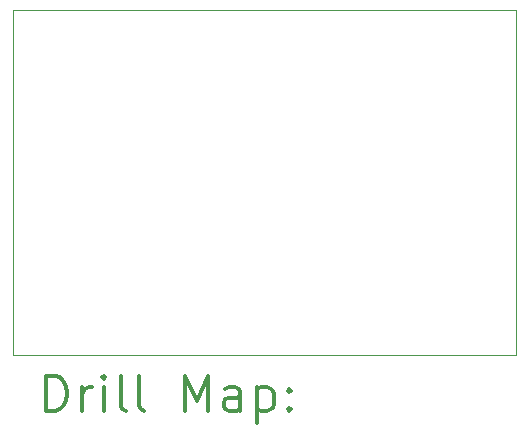
<source format=gbr>
%FSLAX45Y45*%
G04 Gerber Fmt 4.5, Leading zero omitted, Abs format (unit mm)*
G04 Created by KiCad (PCBNEW (5.1.0)-1) date 2019-04-16 02:18:09*
%MOMM*%
%LPD*%
G04 APERTURE LIST*
%ADD10C,0.100000*%
%ADD11C,0.200000*%
%ADD12C,0.300000*%
G04 APERTURE END LIST*
D10*
X5715000Y-6731000D02*
X5715000Y-3810000D01*
X9969500Y-6731000D02*
X5715000Y-6731000D01*
X9969500Y-3810000D02*
X9969500Y-6731000D01*
X5715000Y-3810000D02*
X9969500Y-3810000D01*
D11*
D12*
X5996428Y-7201714D02*
X5996428Y-6901714D01*
X6067857Y-6901714D01*
X6110714Y-6916000D01*
X6139286Y-6944571D01*
X6153571Y-6973143D01*
X6167857Y-7030286D01*
X6167857Y-7073143D01*
X6153571Y-7130286D01*
X6139286Y-7158857D01*
X6110714Y-7187429D01*
X6067857Y-7201714D01*
X5996428Y-7201714D01*
X6296428Y-7201714D02*
X6296428Y-7001714D01*
X6296428Y-7058857D02*
X6310714Y-7030286D01*
X6325000Y-7016000D01*
X6353571Y-7001714D01*
X6382143Y-7001714D01*
X6482143Y-7201714D02*
X6482143Y-7001714D01*
X6482143Y-6901714D02*
X6467857Y-6916000D01*
X6482143Y-6930286D01*
X6496428Y-6916000D01*
X6482143Y-6901714D01*
X6482143Y-6930286D01*
X6667857Y-7201714D02*
X6639286Y-7187429D01*
X6625000Y-7158857D01*
X6625000Y-6901714D01*
X6825000Y-7201714D02*
X6796428Y-7187429D01*
X6782143Y-7158857D01*
X6782143Y-6901714D01*
X7167857Y-7201714D02*
X7167857Y-6901714D01*
X7267857Y-7116000D01*
X7367857Y-6901714D01*
X7367857Y-7201714D01*
X7639286Y-7201714D02*
X7639286Y-7044571D01*
X7625000Y-7016000D01*
X7596428Y-7001714D01*
X7539286Y-7001714D01*
X7510714Y-7016000D01*
X7639286Y-7187429D02*
X7610714Y-7201714D01*
X7539286Y-7201714D01*
X7510714Y-7187429D01*
X7496428Y-7158857D01*
X7496428Y-7130286D01*
X7510714Y-7101714D01*
X7539286Y-7087429D01*
X7610714Y-7087429D01*
X7639286Y-7073143D01*
X7782143Y-7001714D02*
X7782143Y-7301714D01*
X7782143Y-7016000D02*
X7810714Y-7001714D01*
X7867857Y-7001714D01*
X7896428Y-7016000D01*
X7910714Y-7030286D01*
X7925000Y-7058857D01*
X7925000Y-7144571D01*
X7910714Y-7173143D01*
X7896428Y-7187429D01*
X7867857Y-7201714D01*
X7810714Y-7201714D01*
X7782143Y-7187429D01*
X8053571Y-7173143D02*
X8067857Y-7187429D01*
X8053571Y-7201714D01*
X8039286Y-7187429D01*
X8053571Y-7173143D01*
X8053571Y-7201714D01*
X8053571Y-7016000D02*
X8067857Y-7030286D01*
X8053571Y-7044571D01*
X8039286Y-7030286D01*
X8053571Y-7016000D01*
X8053571Y-7044571D01*
M02*

</source>
